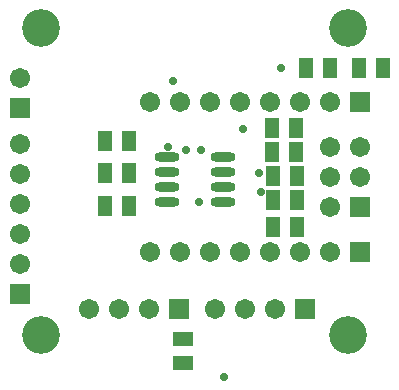
<source format=gbs>
G04*
G04 #@! TF.GenerationSoftware,Altium Limited,Altium Designer,19.1.8 (144)*
G04*
G04 Layer_Color=16711935*
%FSLAX25Y25*%
%MOIN*%
G70*
G01*
G75*
%ADD29R,0.06800X0.04800*%
%ADD34R,0.04800X0.06800*%
%ADD35C,0.06706*%
%ADD36R,0.06706X0.06706*%
%ADD37R,0.06706X0.06706*%
%ADD38C,0.02769*%
%ADD39C,0.12611*%
%ADD50O,0.08280X0.03162*%
D29*
X65000Y8500D02*
D03*
Y16500D02*
D03*
D34*
X103000Y54000D02*
D03*
X95000D02*
D03*
Y71000D02*
D03*
X103000D02*
D03*
Y62750D02*
D03*
X95000D02*
D03*
X106000Y107000D02*
D03*
X114000D02*
D03*
X131500D02*
D03*
X123500D02*
D03*
X47000Y61000D02*
D03*
X39000D02*
D03*
X94500Y78750D02*
D03*
X102500D02*
D03*
X39000Y71750D02*
D03*
X47000D02*
D03*
X39000Y82500D02*
D03*
X47000D02*
D03*
X94500Y87000D02*
D03*
X102500D02*
D03*
D35*
X114000Y80500D02*
D03*
X124000D02*
D03*
X114000Y70500D02*
D03*
X124000D02*
D03*
X114000Y60500D02*
D03*
X43500Y26500D02*
D03*
X33500D02*
D03*
X53500D02*
D03*
X85500D02*
D03*
X75500D02*
D03*
X95500D02*
D03*
X10500Y103500D02*
D03*
X54000Y45500D02*
D03*
X64000D02*
D03*
X74000D02*
D03*
X84000D02*
D03*
X94000D02*
D03*
X104000D02*
D03*
X114000D02*
D03*
X54000Y95500D02*
D03*
X64000D02*
D03*
X74000D02*
D03*
X84000D02*
D03*
X94000D02*
D03*
X104000D02*
D03*
X114000D02*
D03*
X10500Y81500D02*
D03*
Y71500D02*
D03*
Y61500D02*
D03*
Y51500D02*
D03*
Y41500D02*
D03*
D36*
X124000Y60500D02*
D03*
X10500Y93500D02*
D03*
Y31500D02*
D03*
D37*
X63500Y26500D02*
D03*
X105500D02*
D03*
X124000Y45500D02*
D03*
Y95500D02*
D03*
D38*
X70252Y62303D02*
D03*
X78500Y4000D02*
D03*
X85000Y86500D02*
D03*
X71000Y79500D02*
D03*
X97500Y107000D02*
D03*
X90376Y71876D02*
D03*
X60000Y80500D02*
D03*
X90953Y65453D02*
D03*
X61500Y102500D02*
D03*
X66000Y79500D02*
D03*
D39*
X120079Y120079D02*
D03*
Y17717D02*
D03*
X17717D02*
D03*
Y120079D02*
D03*
D50*
X59646Y62075D02*
D03*
Y67075D02*
D03*
Y72075D02*
D03*
Y77075D02*
D03*
X78150Y62075D02*
D03*
Y67075D02*
D03*
Y72075D02*
D03*
Y77075D02*
D03*
M02*

</source>
